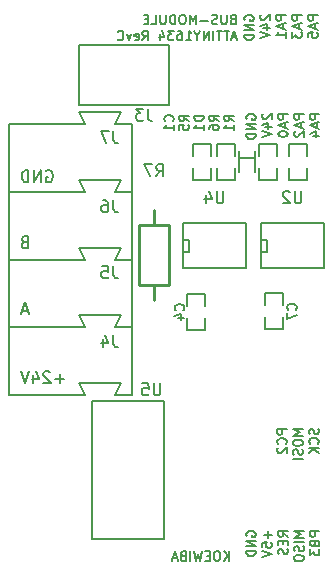
<source format=gbr>
G04 #@! TF.GenerationSoftware,KiCad,Pcbnew,5.0.2-bee76a0~70~ubuntu18.04.1*
G04 #@! TF.CreationDate,2019-03-07T20:11:12+01:00*
G04 #@! TF.ProjectId,bus-module_attiny1634,6275732d-6d6f-4647-956c-655f61747469,C*
G04 #@! TF.SameCoordinates,Original*
G04 #@! TF.FileFunction,Legend,Bot*
G04 #@! TF.FilePolarity,Positive*
%FSLAX46Y46*%
G04 Gerber Fmt 4.6, Leading zero omitted, Abs format (unit mm)*
G04 Created by KiCad (PCBNEW 5.0.2-bee76a0~70~ubuntu18.04.1) date Do 07 Mär 2019 20:11:12 CET*
%MOMM*%
%LPD*%
G01*
G04 APERTURE LIST*
%ADD10C,0.150000*%
%ADD11C,0.254000*%
G04 APERTURE END LIST*
D10*
X99095357Y-77337857D02*
X98981071Y-77375952D01*
X98942976Y-77414047D01*
X98904880Y-77490238D01*
X98904880Y-77604523D01*
X98942976Y-77680714D01*
X98981071Y-77718809D01*
X99057261Y-77756904D01*
X99362023Y-77756904D01*
X99362023Y-76956904D01*
X99095357Y-76956904D01*
X99019166Y-76995000D01*
X98981071Y-77033095D01*
X98942976Y-77109285D01*
X98942976Y-77185476D01*
X98981071Y-77261666D01*
X99019166Y-77299761D01*
X99095357Y-77337857D01*
X99362023Y-77337857D01*
X98562023Y-76956904D02*
X98562023Y-77604523D01*
X98523928Y-77680714D01*
X98485833Y-77718809D01*
X98409642Y-77756904D01*
X98257261Y-77756904D01*
X98181071Y-77718809D01*
X98142976Y-77680714D01*
X98104880Y-77604523D01*
X98104880Y-76956904D01*
X97762023Y-77718809D02*
X97647738Y-77756904D01*
X97457261Y-77756904D01*
X97381071Y-77718809D01*
X97342976Y-77680714D01*
X97304880Y-77604523D01*
X97304880Y-77528333D01*
X97342976Y-77452142D01*
X97381071Y-77414047D01*
X97457261Y-77375952D01*
X97609642Y-77337857D01*
X97685833Y-77299761D01*
X97723928Y-77261666D01*
X97762023Y-77185476D01*
X97762023Y-77109285D01*
X97723928Y-77033095D01*
X97685833Y-76995000D01*
X97609642Y-76956904D01*
X97419166Y-76956904D01*
X97304880Y-76995000D01*
X96962023Y-77452142D02*
X96352500Y-77452142D01*
X95971547Y-77756904D02*
X95971547Y-76956904D01*
X95704880Y-77528333D01*
X95438214Y-76956904D01*
X95438214Y-77756904D01*
X94904880Y-76956904D02*
X94752500Y-76956904D01*
X94676309Y-76995000D01*
X94600119Y-77071190D01*
X94562023Y-77223571D01*
X94562023Y-77490238D01*
X94600119Y-77642619D01*
X94676309Y-77718809D01*
X94752500Y-77756904D01*
X94904880Y-77756904D01*
X94981071Y-77718809D01*
X95057261Y-77642619D01*
X95095357Y-77490238D01*
X95095357Y-77223571D01*
X95057261Y-77071190D01*
X94981071Y-76995000D01*
X94904880Y-76956904D01*
X94219166Y-77756904D02*
X94219166Y-76956904D01*
X94028690Y-76956904D01*
X93914404Y-76995000D01*
X93838214Y-77071190D01*
X93800119Y-77147380D01*
X93762023Y-77299761D01*
X93762023Y-77414047D01*
X93800119Y-77566428D01*
X93838214Y-77642619D01*
X93914404Y-77718809D01*
X94028690Y-77756904D01*
X94219166Y-77756904D01*
X93419166Y-76956904D02*
X93419166Y-77604523D01*
X93381071Y-77680714D01*
X93342976Y-77718809D01*
X93266785Y-77756904D01*
X93114404Y-77756904D01*
X93038214Y-77718809D01*
X93000119Y-77680714D01*
X92962023Y-77604523D01*
X92962023Y-76956904D01*
X92200119Y-77756904D02*
X92581071Y-77756904D01*
X92581071Y-76956904D01*
X91933452Y-77337857D02*
X91666785Y-77337857D01*
X91552500Y-77756904D02*
X91933452Y-77756904D01*
X91933452Y-76956904D01*
X91552500Y-76956904D01*
X99400119Y-78878333D02*
X99019166Y-78878333D01*
X99476309Y-79106904D02*
X99209642Y-78306904D01*
X98942976Y-79106904D01*
X98790595Y-78306904D02*
X98333452Y-78306904D01*
X98562023Y-79106904D02*
X98562023Y-78306904D01*
X98181071Y-78306904D02*
X97723928Y-78306904D01*
X97952500Y-79106904D02*
X97952500Y-78306904D01*
X97457261Y-79106904D02*
X97457261Y-78306904D01*
X97076309Y-79106904D02*
X97076309Y-78306904D01*
X96619166Y-79106904D01*
X96619166Y-78306904D01*
X96085833Y-78725952D02*
X96085833Y-79106904D01*
X96352500Y-78306904D02*
X96085833Y-78725952D01*
X95819166Y-78306904D01*
X95133452Y-79106904D02*
X95590595Y-79106904D01*
X95362023Y-79106904D02*
X95362023Y-78306904D01*
X95438214Y-78421190D01*
X95514404Y-78497380D01*
X95590595Y-78535476D01*
X94447738Y-78306904D02*
X94600119Y-78306904D01*
X94676309Y-78345000D01*
X94714404Y-78383095D01*
X94790595Y-78497380D01*
X94828690Y-78649761D01*
X94828690Y-78954523D01*
X94790595Y-79030714D01*
X94752500Y-79068809D01*
X94676309Y-79106904D01*
X94523928Y-79106904D01*
X94447738Y-79068809D01*
X94409642Y-79030714D01*
X94371547Y-78954523D01*
X94371547Y-78764047D01*
X94409642Y-78687857D01*
X94447738Y-78649761D01*
X94523928Y-78611666D01*
X94676309Y-78611666D01*
X94752500Y-78649761D01*
X94790595Y-78687857D01*
X94828690Y-78764047D01*
X94104880Y-78306904D02*
X93609642Y-78306904D01*
X93876309Y-78611666D01*
X93762023Y-78611666D01*
X93685833Y-78649761D01*
X93647738Y-78687857D01*
X93609642Y-78764047D01*
X93609642Y-78954523D01*
X93647738Y-79030714D01*
X93685833Y-79068809D01*
X93762023Y-79106904D01*
X93990595Y-79106904D01*
X94066785Y-79068809D01*
X94104880Y-79030714D01*
X92923928Y-78573571D02*
X92923928Y-79106904D01*
X93114404Y-78268809D02*
X93304880Y-78840238D01*
X92809642Y-78840238D01*
X91438214Y-79106904D02*
X91704880Y-78725952D01*
X91895357Y-79106904D02*
X91895357Y-78306904D01*
X91590595Y-78306904D01*
X91514404Y-78345000D01*
X91476309Y-78383095D01*
X91438214Y-78459285D01*
X91438214Y-78573571D01*
X91476309Y-78649761D01*
X91514404Y-78687857D01*
X91590595Y-78725952D01*
X91895357Y-78725952D01*
X90790595Y-79068809D02*
X90866785Y-79106904D01*
X91019166Y-79106904D01*
X91095357Y-79068809D01*
X91133452Y-78992619D01*
X91133452Y-78687857D01*
X91095357Y-78611666D01*
X91019166Y-78573571D01*
X90866785Y-78573571D01*
X90790595Y-78611666D01*
X90752500Y-78687857D01*
X90752500Y-78764047D01*
X91133452Y-78840238D01*
X90485833Y-78573571D02*
X90295357Y-79106904D01*
X90104880Y-78573571D01*
X89342976Y-79030714D02*
X89381071Y-79068809D01*
X89495357Y-79106904D01*
X89571547Y-79106904D01*
X89685833Y-79068809D01*
X89762023Y-78992619D01*
X89800119Y-78916428D01*
X89838214Y-78764047D01*
X89838214Y-78649761D01*
X89800119Y-78497380D01*
X89762023Y-78421190D01*
X89685833Y-78345000D01*
X89571547Y-78306904D01*
X89495357Y-78306904D01*
X89381071Y-78345000D01*
X89342976Y-78383095D01*
X98780952Y-123181904D02*
X98780952Y-122381904D01*
X98323809Y-123181904D02*
X98666666Y-122724761D01*
X98323809Y-122381904D02*
X98780952Y-122839047D01*
X97828571Y-122381904D02*
X97676190Y-122381904D01*
X97600000Y-122420000D01*
X97523809Y-122496190D01*
X97485714Y-122648571D01*
X97485714Y-122915238D01*
X97523809Y-123067619D01*
X97600000Y-123143809D01*
X97676190Y-123181904D01*
X97828571Y-123181904D01*
X97904761Y-123143809D01*
X97980952Y-123067619D01*
X98019047Y-122915238D01*
X98019047Y-122648571D01*
X97980952Y-122496190D01*
X97904761Y-122420000D01*
X97828571Y-122381904D01*
X97142857Y-122762857D02*
X96876190Y-122762857D01*
X96761904Y-123181904D02*
X97142857Y-123181904D01*
X97142857Y-122381904D01*
X96761904Y-122381904D01*
X96495238Y-122381904D02*
X96304761Y-123181904D01*
X96152380Y-122610476D01*
X96000000Y-123181904D01*
X95809523Y-122381904D01*
X95504761Y-123181904D02*
X95504761Y-122381904D01*
X94857142Y-122762857D02*
X94742857Y-122800952D01*
X94704761Y-122839047D01*
X94666666Y-122915238D01*
X94666666Y-123029523D01*
X94704761Y-123105714D01*
X94742857Y-123143809D01*
X94819047Y-123181904D01*
X95123809Y-123181904D01*
X95123809Y-122381904D01*
X94857142Y-122381904D01*
X94780952Y-122420000D01*
X94742857Y-122458095D01*
X94704761Y-122534285D01*
X94704761Y-122610476D01*
X94742857Y-122686666D01*
X94780952Y-122724761D01*
X94857142Y-122762857D01*
X95123809Y-122762857D01*
X94361904Y-122953333D02*
X93980952Y-122953333D01*
X94438095Y-123181904D02*
X94171428Y-122381904D01*
X93904761Y-123181904D01*
X100270000Y-85805023D02*
X100231904Y-85728833D01*
X100231904Y-85614547D01*
X100270000Y-85500261D01*
X100346190Y-85424071D01*
X100422380Y-85385976D01*
X100574761Y-85347880D01*
X100689047Y-85347880D01*
X100841428Y-85385976D01*
X100917619Y-85424071D01*
X100993809Y-85500261D01*
X101031904Y-85614547D01*
X101031904Y-85690738D01*
X100993809Y-85805023D01*
X100955714Y-85843119D01*
X100689047Y-85843119D01*
X100689047Y-85690738D01*
X101031904Y-86185976D02*
X100231904Y-86185976D01*
X101031904Y-86643119D01*
X100231904Y-86643119D01*
X101031904Y-87024071D02*
X100231904Y-87024071D01*
X100231904Y-87214547D01*
X100270000Y-87328833D01*
X100346190Y-87405023D01*
X100422380Y-87443119D01*
X100574761Y-87481214D01*
X100689047Y-87481214D01*
X100841428Y-87443119D01*
X100917619Y-87405023D01*
X100993809Y-87328833D01*
X101031904Y-87214547D01*
X101031904Y-87024071D01*
X101658095Y-85347880D02*
X101620000Y-85385976D01*
X101581904Y-85462166D01*
X101581904Y-85652642D01*
X101620000Y-85728833D01*
X101658095Y-85766928D01*
X101734285Y-85805023D01*
X101810476Y-85805023D01*
X101924761Y-85766928D01*
X102381904Y-85309785D01*
X102381904Y-85805023D01*
X101848571Y-86490738D02*
X102381904Y-86490738D01*
X101543809Y-86300261D02*
X102115238Y-86109785D01*
X102115238Y-86605023D01*
X101581904Y-86795500D02*
X102381904Y-87062166D01*
X101581904Y-87328833D01*
X103731904Y-85385976D02*
X102931904Y-85385976D01*
X102931904Y-85690738D01*
X102970000Y-85766928D01*
X103008095Y-85805023D01*
X103084285Y-85843119D01*
X103198571Y-85843119D01*
X103274761Y-85805023D01*
X103312857Y-85766928D01*
X103350952Y-85690738D01*
X103350952Y-85385976D01*
X103503333Y-86147880D02*
X103503333Y-86528833D01*
X103731904Y-86071690D02*
X102931904Y-86338357D01*
X103731904Y-86605023D01*
X102931904Y-87024071D02*
X102931904Y-87100261D01*
X102970000Y-87176452D01*
X103008095Y-87214547D01*
X103084285Y-87252642D01*
X103236666Y-87290738D01*
X103427142Y-87290738D01*
X103579523Y-87252642D01*
X103655714Y-87214547D01*
X103693809Y-87176452D01*
X103731904Y-87100261D01*
X103731904Y-87024071D01*
X103693809Y-86947880D01*
X103655714Y-86909785D01*
X103579523Y-86871690D01*
X103427142Y-86833595D01*
X103236666Y-86833595D01*
X103084285Y-86871690D01*
X103008095Y-86909785D01*
X102970000Y-86947880D01*
X102931904Y-87024071D01*
X105081904Y-85385976D02*
X104281904Y-85385976D01*
X104281904Y-85690738D01*
X104320000Y-85766928D01*
X104358095Y-85805023D01*
X104434285Y-85843119D01*
X104548571Y-85843119D01*
X104624761Y-85805023D01*
X104662857Y-85766928D01*
X104700952Y-85690738D01*
X104700952Y-85385976D01*
X104853333Y-86147880D02*
X104853333Y-86528833D01*
X105081904Y-86071690D02*
X104281904Y-86338357D01*
X105081904Y-86605023D01*
X104358095Y-86833595D02*
X104320000Y-86871690D01*
X104281904Y-86947880D01*
X104281904Y-87138357D01*
X104320000Y-87214547D01*
X104358095Y-87252642D01*
X104434285Y-87290738D01*
X104510476Y-87290738D01*
X104624761Y-87252642D01*
X105081904Y-86795500D01*
X105081904Y-87290738D01*
X106431904Y-85385976D02*
X105631904Y-85385976D01*
X105631904Y-85690738D01*
X105670000Y-85766928D01*
X105708095Y-85805023D01*
X105784285Y-85843119D01*
X105898571Y-85843119D01*
X105974761Y-85805023D01*
X106012857Y-85766928D01*
X106050952Y-85690738D01*
X106050952Y-85385976D01*
X106203333Y-86147880D02*
X106203333Y-86528833D01*
X106431904Y-86071690D02*
X105631904Y-86338357D01*
X106431904Y-86605023D01*
X105898571Y-87214547D02*
X106431904Y-87214547D01*
X105593809Y-87024071D02*
X106165238Y-86833595D01*
X106165238Y-87328833D01*
X103651904Y-112055976D02*
X102851904Y-112055976D01*
X102851904Y-112360738D01*
X102890000Y-112436928D01*
X102928095Y-112475023D01*
X103004285Y-112513119D01*
X103118571Y-112513119D01*
X103194761Y-112475023D01*
X103232857Y-112436928D01*
X103270952Y-112360738D01*
X103270952Y-112055976D01*
X103575714Y-113313119D02*
X103613809Y-113275023D01*
X103651904Y-113160738D01*
X103651904Y-113084547D01*
X103613809Y-112970261D01*
X103537619Y-112894071D01*
X103461428Y-112855976D01*
X103309047Y-112817880D01*
X103194761Y-112817880D01*
X103042380Y-112855976D01*
X102966190Y-112894071D01*
X102890000Y-112970261D01*
X102851904Y-113084547D01*
X102851904Y-113160738D01*
X102890000Y-113275023D01*
X102928095Y-113313119D01*
X102928095Y-113617880D02*
X102890000Y-113655976D01*
X102851904Y-113732166D01*
X102851904Y-113922642D01*
X102890000Y-113998833D01*
X102928095Y-114036928D01*
X103004285Y-114075023D01*
X103080476Y-114075023D01*
X103194761Y-114036928D01*
X103651904Y-113579785D01*
X103651904Y-114075023D01*
X105001904Y-112055976D02*
X104201904Y-112055976D01*
X104773333Y-112322642D01*
X104201904Y-112589309D01*
X105001904Y-112589309D01*
X104201904Y-113122642D02*
X104201904Y-113275023D01*
X104240000Y-113351214D01*
X104316190Y-113427404D01*
X104468571Y-113465500D01*
X104735238Y-113465500D01*
X104887619Y-113427404D01*
X104963809Y-113351214D01*
X105001904Y-113275023D01*
X105001904Y-113122642D01*
X104963809Y-113046452D01*
X104887619Y-112970261D01*
X104735238Y-112932166D01*
X104468571Y-112932166D01*
X104316190Y-112970261D01*
X104240000Y-113046452D01*
X104201904Y-113122642D01*
X104963809Y-113770261D02*
X105001904Y-113884547D01*
X105001904Y-114075023D01*
X104963809Y-114151214D01*
X104925714Y-114189309D01*
X104849523Y-114227404D01*
X104773333Y-114227404D01*
X104697142Y-114189309D01*
X104659047Y-114151214D01*
X104620952Y-114075023D01*
X104582857Y-113922642D01*
X104544761Y-113846452D01*
X104506666Y-113808357D01*
X104430476Y-113770261D01*
X104354285Y-113770261D01*
X104278095Y-113808357D01*
X104240000Y-113846452D01*
X104201904Y-113922642D01*
X104201904Y-114113119D01*
X104240000Y-114227404D01*
X105001904Y-114570261D02*
X104201904Y-114570261D01*
X106313809Y-112017880D02*
X106351904Y-112132166D01*
X106351904Y-112322642D01*
X106313809Y-112398833D01*
X106275714Y-112436928D01*
X106199523Y-112475023D01*
X106123333Y-112475023D01*
X106047142Y-112436928D01*
X106009047Y-112398833D01*
X105970952Y-112322642D01*
X105932857Y-112170261D01*
X105894761Y-112094071D01*
X105856666Y-112055976D01*
X105780476Y-112017880D01*
X105704285Y-112017880D01*
X105628095Y-112055976D01*
X105590000Y-112094071D01*
X105551904Y-112170261D01*
X105551904Y-112360738D01*
X105590000Y-112475023D01*
X106275714Y-113275023D02*
X106313809Y-113236928D01*
X106351904Y-113122642D01*
X106351904Y-113046452D01*
X106313809Y-112932166D01*
X106237619Y-112855976D01*
X106161428Y-112817880D01*
X106009047Y-112779785D01*
X105894761Y-112779785D01*
X105742380Y-112817880D01*
X105666190Y-112855976D01*
X105590000Y-112932166D01*
X105551904Y-113046452D01*
X105551904Y-113122642D01*
X105590000Y-113236928D01*
X105628095Y-113275023D01*
X106351904Y-113617880D02*
X105551904Y-113617880D01*
X106351904Y-114075023D02*
X105894761Y-113732166D01*
X105551904Y-114075023D02*
X106009047Y-113617880D01*
X100270000Y-121111023D02*
X100231904Y-121034833D01*
X100231904Y-120920547D01*
X100270000Y-120806261D01*
X100346190Y-120730071D01*
X100422380Y-120691976D01*
X100574761Y-120653880D01*
X100689047Y-120653880D01*
X100841428Y-120691976D01*
X100917619Y-120730071D01*
X100993809Y-120806261D01*
X101031904Y-120920547D01*
X101031904Y-120996738D01*
X100993809Y-121111023D01*
X100955714Y-121149119D01*
X100689047Y-121149119D01*
X100689047Y-120996738D01*
X101031904Y-121491976D02*
X100231904Y-121491976D01*
X101031904Y-121949119D01*
X100231904Y-121949119D01*
X101031904Y-122330071D02*
X100231904Y-122330071D01*
X100231904Y-122520547D01*
X100270000Y-122634833D01*
X100346190Y-122711023D01*
X100422380Y-122749119D01*
X100574761Y-122787214D01*
X100689047Y-122787214D01*
X100841428Y-122749119D01*
X100917619Y-122711023D01*
X100993809Y-122634833D01*
X101031904Y-122520547D01*
X101031904Y-122330071D01*
X102077142Y-120691976D02*
X102077142Y-121301500D01*
X102381904Y-120996738D02*
X101772380Y-120996738D01*
X101581904Y-122063404D02*
X101581904Y-121682452D01*
X101962857Y-121644357D01*
X101924761Y-121682452D01*
X101886666Y-121758642D01*
X101886666Y-121949119D01*
X101924761Y-122025309D01*
X101962857Y-122063404D01*
X102039047Y-122101500D01*
X102229523Y-122101500D01*
X102305714Y-122063404D01*
X102343809Y-122025309D01*
X102381904Y-121949119D01*
X102381904Y-121758642D01*
X102343809Y-121682452D01*
X102305714Y-121644357D01*
X101581904Y-122330071D02*
X102381904Y-122596738D01*
X101581904Y-122863404D01*
X103731904Y-121149119D02*
X103350952Y-120882452D01*
X103731904Y-120691976D02*
X102931904Y-120691976D01*
X102931904Y-120996738D01*
X102970000Y-121072928D01*
X103008095Y-121111023D01*
X103084285Y-121149119D01*
X103198571Y-121149119D01*
X103274761Y-121111023D01*
X103312857Y-121072928D01*
X103350952Y-120996738D01*
X103350952Y-120691976D01*
X103312857Y-121491976D02*
X103312857Y-121758642D01*
X103731904Y-121872928D02*
X103731904Y-121491976D01*
X102931904Y-121491976D01*
X102931904Y-121872928D01*
X103693809Y-122177690D02*
X103731904Y-122291976D01*
X103731904Y-122482452D01*
X103693809Y-122558642D01*
X103655714Y-122596738D01*
X103579523Y-122634833D01*
X103503333Y-122634833D01*
X103427142Y-122596738D01*
X103389047Y-122558642D01*
X103350952Y-122482452D01*
X103312857Y-122330071D01*
X103274761Y-122253880D01*
X103236666Y-122215785D01*
X103160476Y-122177690D01*
X103084285Y-122177690D01*
X103008095Y-122215785D01*
X102970000Y-122253880D01*
X102931904Y-122330071D01*
X102931904Y-122520547D01*
X102970000Y-122634833D01*
X105081904Y-120691976D02*
X104281904Y-120691976D01*
X104853333Y-120958642D01*
X104281904Y-121225309D01*
X105081904Y-121225309D01*
X105081904Y-121606261D02*
X104281904Y-121606261D01*
X105043809Y-121949119D02*
X105081904Y-122063404D01*
X105081904Y-122253880D01*
X105043809Y-122330071D01*
X105005714Y-122368166D01*
X104929523Y-122406261D01*
X104853333Y-122406261D01*
X104777142Y-122368166D01*
X104739047Y-122330071D01*
X104700952Y-122253880D01*
X104662857Y-122101500D01*
X104624761Y-122025309D01*
X104586666Y-121987214D01*
X104510476Y-121949119D01*
X104434285Y-121949119D01*
X104358095Y-121987214D01*
X104320000Y-122025309D01*
X104281904Y-122101500D01*
X104281904Y-122291976D01*
X104320000Y-122406261D01*
X104281904Y-122901500D02*
X104281904Y-123053880D01*
X104320000Y-123130071D01*
X104396190Y-123206261D01*
X104548571Y-123244357D01*
X104815238Y-123244357D01*
X104967619Y-123206261D01*
X105043809Y-123130071D01*
X105081904Y-123053880D01*
X105081904Y-122901500D01*
X105043809Y-122825309D01*
X104967619Y-122749119D01*
X104815238Y-122711023D01*
X104548571Y-122711023D01*
X104396190Y-122749119D01*
X104320000Y-122825309D01*
X104281904Y-122901500D01*
X106431904Y-120691976D02*
X105631904Y-120691976D01*
X105631904Y-120996738D01*
X105670000Y-121072928D01*
X105708095Y-121111023D01*
X105784285Y-121149119D01*
X105898571Y-121149119D01*
X105974761Y-121111023D01*
X106012857Y-121072928D01*
X106050952Y-120996738D01*
X106050952Y-120691976D01*
X106012857Y-121758642D02*
X106050952Y-121872928D01*
X106089047Y-121911023D01*
X106165238Y-121949119D01*
X106279523Y-121949119D01*
X106355714Y-121911023D01*
X106393809Y-121872928D01*
X106431904Y-121796738D01*
X106431904Y-121491976D01*
X105631904Y-121491976D01*
X105631904Y-121758642D01*
X105670000Y-121834833D01*
X105708095Y-121872928D01*
X105784285Y-121911023D01*
X105860476Y-121911023D01*
X105936666Y-121872928D01*
X105974761Y-121834833D01*
X106012857Y-121758642D01*
X106012857Y-121491976D01*
X105631904Y-122215785D02*
X105631904Y-122711023D01*
X105936666Y-122444357D01*
X105936666Y-122558642D01*
X105974761Y-122634833D01*
X106012857Y-122672928D01*
X106089047Y-122711023D01*
X106279523Y-122711023D01*
X106355714Y-122672928D01*
X106393809Y-122634833D01*
X106431904Y-122558642D01*
X106431904Y-122330071D01*
X106393809Y-122253880D01*
X106355714Y-122215785D01*
X100103000Y-77423023D02*
X100064904Y-77346833D01*
X100064904Y-77232547D01*
X100103000Y-77118261D01*
X100179190Y-77042071D01*
X100255380Y-77003976D01*
X100407761Y-76965880D01*
X100522047Y-76965880D01*
X100674428Y-77003976D01*
X100750619Y-77042071D01*
X100826809Y-77118261D01*
X100864904Y-77232547D01*
X100864904Y-77308738D01*
X100826809Y-77423023D01*
X100788714Y-77461119D01*
X100522047Y-77461119D01*
X100522047Y-77308738D01*
X100864904Y-77803976D02*
X100064904Y-77803976D01*
X100864904Y-78261119D01*
X100064904Y-78261119D01*
X100864904Y-78642071D02*
X100064904Y-78642071D01*
X100064904Y-78832547D01*
X100103000Y-78946833D01*
X100179190Y-79023023D01*
X100255380Y-79061119D01*
X100407761Y-79099214D01*
X100522047Y-79099214D01*
X100674428Y-79061119D01*
X100750619Y-79023023D01*
X100826809Y-78946833D01*
X100864904Y-78832547D01*
X100864904Y-78642071D01*
X101491095Y-76965880D02*
X101453000Y-77003976D01*
X101414904Y-77080166D01*
X101414904Y-77270642D01*
X101453000Y-77346833D01*
X101491095Y-77384928D01*
X101567285Y-77423023D01*
X101643476Y-77423023D01*
X101757761Y-77384928D01*
X102214904Y-76927785D01*
X102214904Y-77423023D01*
X101681571Y-78108738D02*
X102214904Y-78108738D01*
X101376809Y-77918261D02*
X101948238Y-77727785D01*
X101948238Y-78223023D01*
X101414904Y-78413500D02*
X102214904Y-78680166D01*
X101414904Y-78946833D01*
X103564904Y-77003976D02*
X102764904Y-77003976D01*
X102764904Y-77308738D01*
X102803000Y-77384928D01*
X102841095Y-77423023D01*
X102917285Y-77461119D01*
X103031571Y-77461119D01*
X103107761Y-77423023D01*
X103145857Y-77384928D01*
X103183952Y-77308738D01*
X103183952Y-77003976D01*
X103336333Y-77765880D02*
X103336333Y-78146833D01*
X103564904Y-77689690D02*
X102764904Y-77956357D01*
X103564904Y-78223023D01*
X103564904Y-78908738D02*
X103564904Y-78451595D01*
X103564904Y-78680166D02*
X102764904Y-78680166D01*
X102879190Y-78603976D01*
X102955380Y-78527785D01*
X102993476Y-78451595D01*
X104914904Y-77003976D02*
X104114904Y-77003976D01*
X104114904Y-77308738D01*
X104153000Y-77384928D01*
X104191095Y-77423023D01*
X104267285Y-77461119D01*
X104381571Y-77461119D01*
X104457761Y-77423023D01*
X104495857Y-77384928D01*
X104533952Y-77308738D01*
X104533952Y-77003976D01*
X104686333Y-77765880D02*
X104686333Y-78146833D01*
X104914904Y-77689690D02*
X104114904Y-77956357D01*
X104914904Y-78223023D01*
X104114904Y-78413500D02*
X104114904Y-78908738D01*
X104419666Y-78642071D01*
X104419666Y-78756357D01*
X104457761Y-78832547D01*
X104495857Y-78870642D01*
X104572047Y-78908738D01*
X104762523Y-78908738D01*
X104838714Y-78870642D01*
X104876809Y-78832547D01*
X104914904Y-78756357D01*
X104914904Y-78527785D01*
X104876809Y-78451595D01*
X104838714Y-78413500D01*
X106264904Y-77003976D02*
X105464904Y-77003976D01*
X105464904Y-77308738D01*
X105503000Y-77384928D01*
X105541095Y-77423023D01*
X105617285Y-77461119D01*
X105731571Y-77461119D01*
X105807761Y-77423023D01*
X105845857Y-77384928D01*
X105883952Y-77308738D01*
X105883952Y-77003976D01*
X106036333Y-77765880D02*
X106036333Y-78146833D01*
X106264904Y-77689690D02*
X105464904Y-77956357D01*
X106264904Y-78223023D01*
X105464904Y-78870642D02*
X105464904Y-78489690D01*
X105845857Y-78451595D01*
X105807761Y-78489690D01*
X105769666Y-78565880D01*
X105769666Y-78756357D01*
X105807761Y-78832547D01*
X105845857Y-78870642D01*
X105922047Y-78908738D01*
X106112523Y-78908738D01*
X106188714Y-78870642D01*
X106226809Y-78832547D01*
X106264904Y-78756357D01*
X106264904Y-78565880D01*
X106226809Y-78489690D01*
X106188714Y-78451595D01*
X84811904Y-107775428D02*
X84050000Y-107775428D01*
X84430952Y-108156380D02*
X84430952Y-107394476D01*
X83621428Y-107251619D02*
X83573809Y-107204000D01*
X83478571Y-107156380D01*
X83240476Y-107156380D01*
X83145238Y-107204000D01*
X83097619Y-107251619D01*
X83050000Y-107346857D01*
X83050000Y-107442095D01*
X83097619Y-107584952D01*
X83669047Y-108156380D01*
X83050000Y-108156380D01*
X82192857Y-107489714D02*
X82192857Y-108156380D01*
X82430952Y-107108761D02*
X82669047Y-107823047D01*
X82050000Y-107823047D01*
X81811904Y-107156380D02*
X81478571Y-108156380D01*
X81145238Y-107156380D01*
X81764095Y-102028666D02*
X81287904Y-102028666D01*
X81859333Y-102314380D02*
X81526000Y-101314380D01*
X81192666Y-102314380D01*
X81454571Y-96202571D02*
X81311714Y-96250190D01*
X81264095Y-96297809D01*
X81216476Y-96393047D01*
X81216476Y-96535904D01*
X81264095Y-96631142D01*
X81311714Y-96678761D01*
X81406952Y-96726380D01*
X81787904Y-96726380D01*
X81787904Y-95726380D01*
X81454571Y-95726380D01*
X81359333Y-95774000D01*
X81311714Y-95821619D01*
X81264095Y-95916857D01*
X81264095Y-96012095D01*
X81311714Y-96107333D01*
X81359333Y-96154952D01*
X81454571Y-96202571D01*
X81787904Y-96202571D01*
X83303904Y-90186000D02*
X83399142Y-90138380D01*
X83542000Y-90138380D01*
X83684857Y-90186000D01*
X83780095Y-90281238D01*
X83827714Y-90376476D01*
X83875333Y-90566952D01*
X83875333Y-90709809D01*
X83827714Y-90900285D01*
X83780095Y-90995523D01*
X83684857Y-91090761D01*
X83542000Y-91138380D01*
X83446761Y-91138380D01*
X83303904Y-91090761D01*
X83256285Y-91043142D01*
X83256285Y-90709809D01*
X83446761Y-90709809D01*
X82827714Y-91138380D02*
X82827714Y-90138380D01*
X82256285Y-91138380D01*
X82256285Y-90138380D01*
X81780095Y-91138380D02*
X81780095Y-90138380D01*
X81542000Y-90138380D01*
X81399142Y-90186000D01*
X81303904Y-90281238D01*
X81256285Y-90376476D01*
X81208666Y-90566952D01*
X81208666Y-90709809D01*
X81256285Y-90900285D01*
X81303904Y-90995523D01*
X81399142Y-91090761D01*
X81542000Y-91138380D01*
X81780095Y-91138380D01*
G04 #@! TO.C,J6*
X80129000Y-91956000D02*
X80129000Y-97696400D01*
X90593800Y-97696400D02*
X90593800Y-91956000D01*
X86072600Y-96680400D02*
X86580600Y-97696400D01*
X89603200Y-96680400D02*
X86072600Y-96680400D01*
X89095200Y-97696400D02*
X89603200Y-96680400D01*
X86072600Y-90940000D02*
X86580600Y-91956000D01*
X89603200Y-90940000D02*
X86072600Y-90940000D01*
X89095200Y-91956000D02*
X89603200Y-90940000D01*
X90593800Y-97696400D02*
X89095200Y-97696400D01*
X80129000Y-97696400D02*
X86580600Y-97696400D01*
X90593800Y-91956000D02*
X89095200Y-91956000D01*
X80129000Y-91956000D02*
X86580600Y-91956000D01*
G04 #@! TO.C,J5*
X80135200Y-97696400D02*
X80135200Y-103436800D01*
X90600000Y-103436800D02*
X90600000Y-97696400D01*
X86078800Y-102420800D02*
X86586800Y-103436800D01*
X89609400Y-102420800D02*
X86078800Y-102420800D01*
X89101400Y-103436800D02*
X89609400Y-102420800D01*
X86078800Y-96680400D02*
X86586800Y-97696400D01*
X89609400Y-96680400D02*
X86078800Y-96680400D01*
X89101400Y-97696400D02*
X89609400Y-96680400D01*
X90600000Y-103436800D02*
X89101400Y-103436800D01*
X80135200Y-103436800D02*
X86586800Y-103436800D01*
X90600000Y-97696400D02*
X89101400Y-97696400D01*
X80135200Y-97696400D02*
X86586800Y-97696400D01*
G04 #@! TO.C,J4*
X80129000Y-103436800D02*
X80129000Y-109177200D01*
X90593800Y-109177200D02*
X90593800Y-103436800D01*
X86072600Y-108161200D02*
X86580600Y-109177200D01*
X89603200Y-108161200D02*
X86072600Y-108161200D01*
X89095200Y-109177200D02*
X89603200Y-108161200D01*
X86072600Y-102420800D02*
X86580600Y-103436800D01*
X89603200Y-102420800D02*
X86072600Y-102420800D01*
X89095200Y-103436800D02*
X89603200Y-102420800D01*
X90593800Y-109177200D02*
X89095200Y-109177200D01*
X80129000Y-109177200D02*
X86580600Y-109177200D01*
X90593800Y-103436800D02*
X89095200Y-103436800D01*
X80129000Y-103436800D02*
X86580600Y-103436800D01*
G04 #@! TO.C,J7*
X80129000Y-86215600D02*
X80129000Y-91956000D01*
X90593800Y-91956000D02*
X90593800Y-86215600D01*
X86072600Y-90940000D02*
X86580600Y-91956000D01*
X89603200Y-90940000D02*
X86072600Y-90940000D01*
X89095200Y-91956000D02*
X89603200Y-90940000D01*
X86072600Y-85199600D02*
X86580600Y-86215600D01*
X89603200Y-85199600D02*
X86072600Y-85199600D01*
X89095200Y-86215600D02*
X89603200Y-85199600D01*
X90593800Y-91956000D02*
X89095200Y-91956000D01*
X80129000Y-91956000D02*
X86580600Y-91956000D01*
X90593800Y-86215600D02*
X89095200Y-86215600D01*
X80129000Y-86215600D02*
X86580600Y-86215600D01*
G04 #@! TO.C,C7*
X101846000Y-100528500D02*
X101846000Y-101544500D01*
X103370000Y-100528500D02*
X101846000Y-100528500D01*
X103370000Y-101544500D02*
X103370000Y-100528500D01*
X103370000Y-103576500D02*
X103370000Y-102560500D01*
X101846000Y-103576500D02*
X103370000Y-103576500D01*
X101846000Y-102560500D02*
X101846000Y-103576500D01*
G04 #@! TO.C,C4*
X96766000Y-103640000D02*
X96766000Y-102624000D01*
X95242000Y-103640000D02*
X96766000Y-103640000D01*
X95242000Y-102624000D02*
X95242000Y-103640000D01*
X95242000Y-100592000D02*
X95242000Y-101608000D01*
X96766000Y-100592000D02*
X95242000Y-100592000D01*
X96766000Y-101608000D02*
X96766000Y-100592000D01*
G04 #@! TO.C,D1*
X99646360Y-88516840D02*
X99646360Y-90315160D01*
X100997640Y-90315160D02*
X100997640Y-88516840D01*
X100997640Y-89065480D02*
X99646360Y-89065480D01*
G04 #@! TO.C,R5*
X99306000Y-90940000D02*
X99306000Y-89924000D01*
X97782000Y-90940000D02*
X99306000Y-90940000D01*
X97782000Y-89924000D02*
X97782000Y-90940000D01*
X97782000Y-87892000D02*
X97782000Y-88908000D01*
X99306000Y-87892000D02*
X97782000Y-87892000D01*
X99306000Y-88908000D02*
X99306000Y-87892000D01*
G04 #@! TO.C,R6*
X102862000Y-90940000D02*
X102862000Y-89924000D01*
X101338000Y-90940000D02*
X102862000Y-90940000D01*
X101338000Y-89924000D02*
X101338000Y-90940000D01*
X101338000Y-87892000D02*
X101338000Y-88908000D01*
X102862000Y-87892000D02*
X101338000Y-87892000D01*
X102862000Y-88908000D02*
X102862000Y-87892000D01*
G04 #@! TO.C,R1*
X105402000Y-90940000D02*
X105402000Y-89924000D01*
X103878000Y-90940000D02*
X105402000Y-90940000D01*
X103878000Y-89924000D02*
X103878000Y-90940000D01*
X103878000Y-87892000D02*
X103878000Y-88908000D01*
X105402000Y-87892000D02*
X103878000Y-87892000D01*
X105402000Y-88908000D02*
X105402000Y-87892000D01*
G04 #@! TO.C,C1*
X97274000Y-90940000D02*
X97274000Y-89924000D01*
X95750000Y-90940000D02*
X97274000Y-90940000D01*
X95750000Y-89924000D02*
X95750000Y-90940000D01*
X95750000Y-87892000D02*
X95750000Y-88908000D01*
X97274000Y-87892000D02*
X95750000Y-87892000D01*
X97274000Y-88908000D02*
X97274000Y-87892000D01*
G04 #@! TO.C,J3*
X93718000Y-84590000D02*
X93718000Y-79510000D01*
X86098000Y-84590000D02*
X93718000Y-84590000D01*
X86098000Y-79510000D02*
X86098000Y-84590000D01*
X93718000Y-79510000D02*
X86098000Y-79510000D01*
G04 #@! TO.C,U4*
X100195000Y-98433000D02*
X100195000Y-94623000D01*
X95369000Y-96020000D02*
X94861000Y-96020000D01*
X95369000Y-97036000D02*
X95369000Y-96020000D01*
X94861000Y-97036000D02*
X95369000Y-97036000D01*
X94861000Y-98433000D02*
X94861000Y-94750000D01*
X100195000Y-98433000D02*
X94861000Y-98433000D01*
X94861000Y-94623000D02*
X100195000Y-94623000D01*
X94861000Y-94750000D02*
X94861000Y-94623000D01*
G04 #@! TO.C,U5*
X93260800Y-121318400D02*
X87164800Y-121318400D01*
X93260800Y-109634400D02*
X93260800Y-121318400D01*
X87164800Y-109634400D02*
X93260800Y-109634400D01*
X87164800Y-121318400D02*
X87164800Y-109634400D01*
G04 #@! TO.C,U2*
X106799000Y-98433000D02*
X106799000Y-94623000D01*
X101973000Y-96020000D02*
X101465000Y-96020000D01*
X101973000Y-97036000D02*
X101973000Y-96020000D01*
X101465000Y-97036000D02*
X101973000Y-97036000D01*
X101465000Y-98433000D02*
X101465000Y-94750000D01*
X106799000Y-98433000D02*
X101465000Y-98433000D01*
X101465000Y-94623000D02*
X106799000Y-94623000D01*
X101465000Y-94750000D02*
X101465000Y-94623000D01*
D11*
G04 #@! TO.C,R7*
X92448000Y-99830000D02*
X92448000Y-101100000D01*
X93718000Y-94750000D02*
X91178000Y-94750000D01*
X91178000Y-94750000D02*
X91178000Y-99830000D01*
X91178000Y-99830000D02*
X93718000Y-99830000D01*
X93718000Y-99830000D02*
X93718000Y-94750000D01*
X93718000Y-94750000D02*
X92448000Y-94750000D01*
X92448000Y-94750000D02*
X92448000Y-93480000D01*
G04 #@! TO.C,J6*
D10*
X88971333Y-92678380D02*
X88971333Y-93392666D01*
X89018952Y-93535523D01*
X89114190Y-93630761D01*
X89257047Y-93678380D01*
X89352285Y-93678380D01*
X88066571Y-92678380D02*
X88257047Y-92678380D01*
X88352285Y-92726000D01*
X88399904Y-92773619D01*
X88495142Y-92916476D01*
X88542761Y-93106952D01*
X88542761Y-93487904D01*
X88495142Y-93583142D01*
X88447523Y-93630761D01*
X88352285Y-93678380D01*
X88161809Y-93678380D01*
X88066571Y-93630761D01*
X88018952Y-93583142D01*
X87971333Y-93487904D01*
X87971333Y-93249809D01*
X88018952Y-93154571D01*
X88066571Y-93106952D01*
X88161809Y-93059333D01*
X88352285Y-93059333D01*
X88447523Y-93106952D01*
X88495142Y-93154571D01*
X88542761Y-93249809D01*
G04 #@! TO.C,J5*
X88971333Y-98266380D02*
X88971333Y-98980666D01*
X89018952Y-99123523D01*
X89114190Y-99218761D01*
X89257047Y-99266380D01*
X89352285Y-99266380D01*
X88018952Y-98266380D02*
X88495142Y-98266380D01*
X88542761Y-98742571D01*
X88495142Y-98694952D01*
X88399904Y-98647333D01*
X88161809Y-98647333D01*
X88066571Y-98694952D01*
X88018952Y-98742571D01*
X87971333Y-98837809D01*
X87971333Y-99075904D01*
X88018952Y-99171142D01*
X88066571Y-99218761D01*
X88161809Y-99266380D01*
X88399904Y-99266380D01*
X88495142Y-99218761D01*
X88542761Y-99171142D01*
G04 #@! TO.C,J4*
X88971333Y-104108380D02*
X88971333Y-104822666D01*
X89018952Y-104965523D01*
X89114190Y-105060761D01*
X89257047Y-105108380D01*
X89352285Y-105108380D01*
X88066571Y-104441714D02*
X88066571Y-105108380D01*
X88304666Y-104060761D02*
X88542761Y-104775047D01*
X87923714Y-104775047D01*
G04 #@! TO.C,J7*
X88971333Y-86836380D02*
X88971333Y-87550666D01*
X89018952Y-87693523D01*
X89114190Y-87788761D01*
X89257047Y-87836380D01*
X89352285Y-87836380D01*
X88590380Y-86836380D02*
X87923714Y-86836380D01*
X88352285Y-87836380D01*
G04 #@! TO.C,C7*
X104417714Y-101919166D02*
X104455809Y-101881071D01*
X104493904Y-101766785D01*
X104493904Y-101690595D01*
X104455809Y-101576309D01*
X104379619Y-101500119D01*
X104303428Y-101462023D01*
X104151047Y-101423928D01*
X104036761Y-101423928D01*
X103884380Y-101462023D01*
X103808190Y-101500119D01*
X103732000Y-101576309D01*
X103693904Y-101690595D01*
X103693904Y-101766785D01*
X103732000Y-101881071D01*
X103770095Y-101919166D01*
X103693904Y-102185833D02*
X103693904Y-102719166D01*
X104493904Y-102376309D01*
G04 #@! TO.C,C4*
X94892714Y-101982666D02*
X94930809Y-101944571D01*
X94968904Y-101830285D01*
X94968904Y-101754095D01*
X94930809Y-101639809D01*
X94854619Y-101563619D01*
X94778428Y-101525523D01*
X94626047Y-101487428D01*
X94511761Y-101487428D01*
X94359380Y-101525523D01*
X94283190Y-101563619D01*
X94207000Y-101639809D01*
X94168904Y-101754095D01*
X94168904Y-101830285D01*
X94207000Y-101944571D01*
X94245095Y-101982666D01*
X94435571Y-102668380D02*
X94968904Y-102668380D01*
X94130809Y-102477904D02*
X94702238Y-102287428D01*
X94702238Y-102782666D01*
G04 #@! TO.C,D1*
X96619904Y-85523523D02*
X95819904Y-85523523D01*
X95819904Y-85714000D01*
X95858000Y-85828285D01*
X95934190Y-85904476D01*
X96010380Y-85942571D01*
X96162761Y-85980666D01*
X96277047Y-85980666D01*
X96429428Y-85942571D01*
X96505619Y-85904476D01*
X96581809Y-85828285D01*
X96619904Y-85714000D01*
X96619904Y-85523523D01*
X96619904Y-86742571D02*
X96619904Y-86285428D01*
X96619904Y-86514000D02*
X95819904Y-86514000D01*
X95934190Y-86437809D01*
X96010380Y-86361619D01*
X96048476Y-86285428D01*
G04 #@! TO.C,R5*
X95349904Y-85980666D02*
X94968952Y-85714000D01*
X95349904Y-85523523D02*
X94549904Y-85523523D01*
X94549904Y-85828285D01*
X94588000Y-85904476D01*
X94626095Y-85942571D01*
X94702285Y-85980666D01*
X94816571Y-85980666D01*
X94892761Y-85942571D01*
X94930857Y-85904476D01*
X94968952Y-85828285D01*
X94968952Y-85523523D01*
X94549904Y-86704476D02*
X94549904Y-86323523D01*
X94930857Y-86285428D01*
X94892761Y-86323523D01*
X94854666Y-86399714D01*
X94854666Y-86590190D01*
X94892761Y-86666380D01*
X94930857Y-86704476D01*
X95007047Y-86742571D01*
X95197523Y-86742571D01*
X95273714Y-86704476D01*
X95311809Y-86666380D01*
X95349904Y-86590190D01*
X95349904Y-86399714D01*
X95311809Y-86323523D01*
X95273714Y-86285428D01*
G04 #@! TO.C,R6*
X97889904Y-85980666D02*
X97508952Y-85714000D01*
X97889904Y-85523523D02*
X97089904Y-85523523D01*
X97089904Y-85828285D01*
X97128000Y-85904476D01*
X97166095Y-85942571D01*
X97242285Y-85980666D01*
X97356571Y-85980666D01*
X97432761Y-85942571D01*
X97470857Y-85904476D01*
X97508952Y-85828285D01*
X97508952Y-85523523D01*
X97089904Y-86666380D02*
X97089904Y-86514000D01*
X97128000Y-86437809D01*
X97166095Y-86399714D01*
X97280380Y-86323523D01*
X97432761Y-86285428D01*
X97737523Y-86285428D01*
X97813714Y-86323523D01*
X97851809Y-86361619D01*
X97889904Y-86437809D01*
X97889904Y-86590190D01*
X97851809Y-86666380D01*
X97813714Y-86704476D01*
X97737523Y-86742571D01*
X97547047Y-86742571D01*
X97470857Y-86704476D01*
X97432761Y-86666380D01*
X97394666Y-86590190D01*
X97394666Y-86437809D01*
X97432761Y-86361619D01*
X97470857Y-86323523D01*
X97547047Y-86285428D01*
G04 #@! TO.C,R1*
X99159904Y-85980666D02*
X98778952Y-85714000D01*
X99159904Y-85523523D02*
X98359904Y-85523523D01*
X98359904Y-85828285D01*
X98398000Y-85904476D01*
X98436095Y-85942571D01*
X98512285Y-85980666D01*
X98626571Y-85980666D01*
X98702761Y-85942571D01*
X98740857Y-85904476D01*
X98778952Y-85828285D01*
X98778952Y-85523523D01*
X99159904Y-86742571D02*
X99159904Y-86285428D01*
X99159904Y-86514000D02*
X98359904Y-86514000D01*
X98474190Y-86437809D01*
X98550380Y-86361619D01*
X98588476Y-86285428D01*
G04 #@! TO.C,C1*
X94003714Y-85980666D02*
X94041809Y-85942571D01*
X94079904Y-85828285D01*
X94079904Y-85752095D01*
X94041809Y-85637809D01*
X93965619Y-85561619D01*
X93889428Y-85523523D01*
X93737047Y-85485428D01*
X93622761Y-85485428D01*
X93470380Y-85523523D01*
X93394190Y-85561619D01*
X93318000Y-85637809D01*
X93279904Y-85752095D01*
X93279904Y-85828285D01*
X93318000Y-85942571D01*
X93356095Y-85980666D01*
X94079904Y-86742571D02*
X94079904Y-86285428D01*
X94079904Y-86514000D02*
X93279904Y-86514000D01*
X93394190Y-86437809D01*
X93470380Y-86361619D01*
X93508476Y-86285428D01*
G04 #@! TO.C,J3*
X91892333Y-84931380D02*
X91892333Y-85645666D01*
X91939952Y-85788523D01*
X92035190Y-85883761D01*
X92178047Y-85931380D01*
X92273285Y-85931380D01*
X91511380Y-84931380D02*
X90892333Y-84931380D01*
X91225666Y-85312333D01*
X91082809Y-85312333D01*
X90987571Y-85359952D01*
X90939952Y-85407571D01*
X90892333Y-85502809D01*
X90892333Y-85740904D01*
X90939952Y-85836142D01*
X90987571Y-85883761D01*
X91082809Y-85931380D01*
X91368523Y-85931380D01*
X91463761Y-85883761D01*
X91511380Y-85836142D01*
G04 #@! TO.C,U4*
X98289904Y-91916380D02*
X98289904Y-92725904D01*
X98242285Y-92821142D01*
X98194666Y-92868761D01*
X98099428Y-92916380D01*
X97908952Y-92916380D01*
X97813714Y-92868761D01*
X97766095Y-92821142D01*
X97718476Y-92725904D01*
X97718476Y-91916380D01*
X96813714Y-92249714D02*
X96813714Y-92916380D01*
X97051809Y-91868761D02*
X97289904Y-92583047D01*
X96670857Y-92583047D01*
G04 #@! TO.C,U5*
X92955904Y-108172380D02*
X92955904Y-108981904D01*
X92908285Y-109077142D01*
X92860666Y-109124761D01*
X92765428Y-109172380D01*
X92574952Y-109172380D01*
X92479714Y-109124761D01*
X92432095Y-109077142D01*
X92384476Y-108981904D01*
X92384476Y-108172380D01*
X91432095Y-108172380D02*
X91908285Y-108172380D01*
X91955904Y-108648571D01*
X91908285Y-108600952D01*
X91813047Y-108553333D01*
X91574952Y-108553333D01*
X91479714Y-108600952D01*
X91432095Y-108648571D01*
X91384476Y-108743809D01*
X91384476Y-108981904D01*
X91432095Y-109077142D01*
X91479714Y-109124761D01*
X91574952Y-109172380D01*
X91813047Y-109172380D01*
X91908285Y-109124761D01*
X91955904Y-109077142D01*
G04 #@! TO.C,U2*
X104893904Y-91916380D02*
X104893904Y-92725904D01*
X104846285Y-92821142D01*
X104798666Y-92868761D01*
X104703428Y-92916380D01*
X104512952Y-92916380D01*
X104417714Y-92868761D01*
X104370095Y-92821142D01*
X104322476Y-92725904D01*
X104322476Y-91916380D01*
X103893904Y-92011619D02*
X103846285Y-91964000D01*
X103751047Y-91916380D01*
X103512952Y-91916380D01*
X103417714Y-91964000D01*
X103370095Y-92011619D01*
X103322476Y-92106857D01*
X103322476Y-92202095D01*
X103370095Y-92344952D01*
X103941523Y-92916380D01*
X103322476Y-92916380D01*
G04 #@! TO.C,R7*
X92614666Y-90630380D02*
X92948000Y-90154190D01*
X93186095Y-90630380D02*
X93186095Y-89630380D01*
X92805142Y-89630380D01*
X92709904Y-89678000D01*
X92662285Y-89725619D01*
X92614666Y-89820857D01*
X92614666Y-89963714D01*
X92662285Y-90058952D01*
X92709904Y-90106571D01*
X92805142Y-90154190D01*
X93186095Y-90154190D01*
X92281333Y-89630380D02*
X91614666Y-89630380D01*
X92043238Y-90630380D01*
G04 #@! TD*
M02*

</source>
